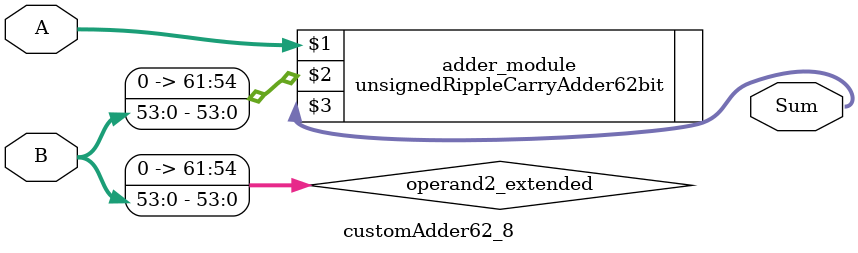
<source format=v>
module customAdder62_8(
                        input [61 : 0] A,
                        input [53 : 0] B,
                        
                        output [62 : 0] Sum
                );

        wire [61 : 0] operand2_extended;
        
        assign operand2_extended =  {8'b0, B};
        
        unsignedRippleCarryAdder62bit adder_module(
            A,
            operand2_extended,
            Sum
        );
        
        endmodule
        
</source>
